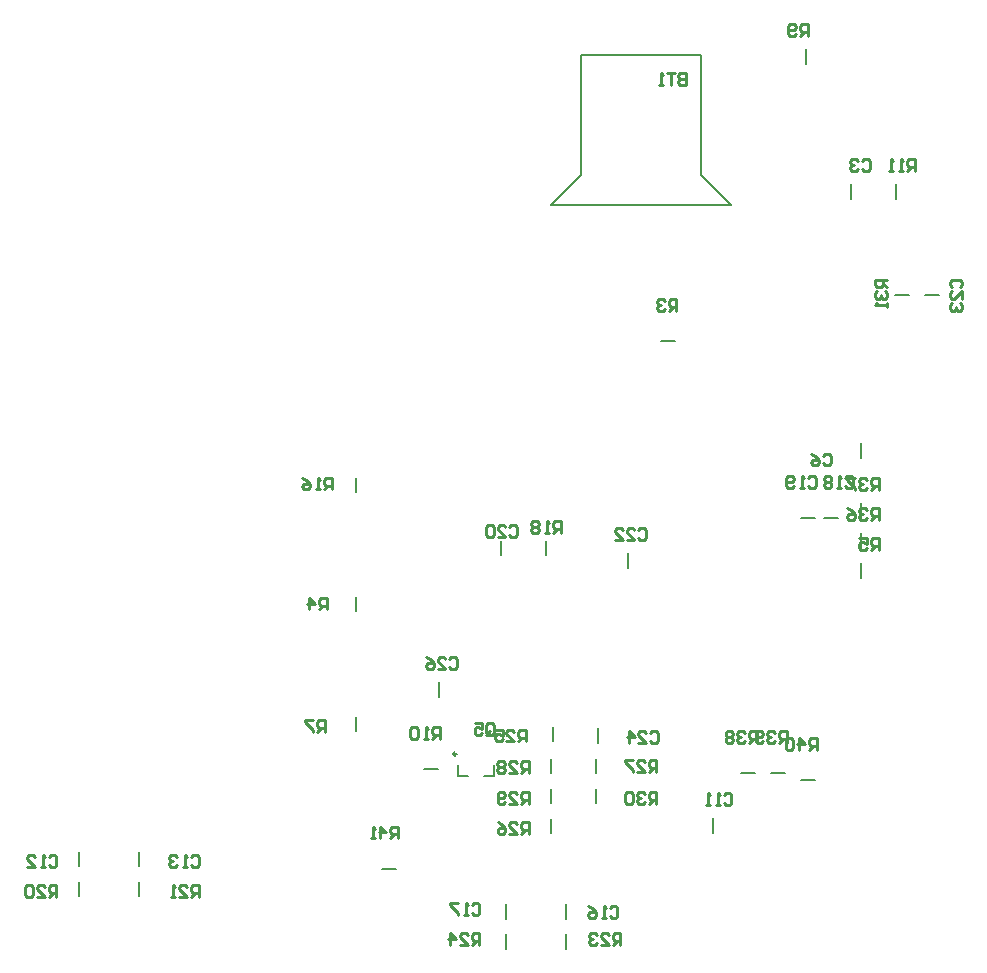
<source format=gbo>
%FSLAX25Y25*%
%MOIN*%
G70*
G01*
G75*
G04 Layer_Color=32896*
%ADD10R,0.04134X0.09449*%
%ADD11R,0.41929X0.35039*%
%ADD12R,0.01181X0.05906*%
%ADD13R,0.05906X0.01181*%
%ADD14R,0.04724X0.05512*%
%ADD15R,0.07874X0.03937*%
%ADD16O,0.02756X0.09843*%
%ADD17R,0.02362X0.04528*%
%ADD18R,0.11221X0.08465*%
%ADD19R,0.08465X0.11221*%
%ADD20R,0.12992X0.09449*%
%ADD21R,0.03937X0.09449*%
%ADD22O,0.02362X0.08858*%
%ADD23O,0.08858X0.02362*%
%ADD24R,0.06693X0.06693*%
%ADD25R,0.05512X0.04724*%
%ADD26R,0.06693X0.06693*%
%ADD27O,0.00984X0.06102*%
%ADD28O,0.06102X0.00984*%
%ADD29R,0.23228X0.21654*%
%ADD30R,0.07087X0.03543*%
%ADD31R,0.20276X0.09252*%
%ADD32C,0.01000*%
%ADD33C,0.02500*%
%ADD34C,0.02000*%
%ADD35C,0.05000*%
%ADD36C,0.15000*%
%ADD37C,0.10000*%
%ADD38C,0.01500*%
%ADD39C,0.07874*%
%ADD40C,0.06299*%
%ADD41R,0.05906X0.05906*%
%ADD42C,0.05906*%
%ADD43C,0.11000*%
%ADD44C,0.15748*%
%ADD45R,0.05906X0.05906*%
%ADD46C,0.03937*%
%ADD47C,0.07284*%
%ADD48R,0.07284X0.07284*%
%ADD49O,0.07874X0.03937*%
%ADD50O,0.07874X0.03937*%
%ADD51C,0.11811*%
%ADD52C,0.04724*%
%ADD53R,0.07874X0.07874*%
%ADD54C,0.07874*%
%ADD55C,0.06693*%
%ADD56C,0.09000*%
%ADD57C,0.02000*%
%ADD58C,0.04000*%
%ADD59C,0.01800*%
%ADD60C,0.05000*%
%ADD61C,0.06000*%
%ADD62C,0.03800*%
%ADD63C,0.02500*%
%ADD64C,0.03600*%
%ADD65C,0.15000*%
%ADD66R,0.11811X0.11811*%
%ADD67C,0.02362*%
%ADD68C,0.00984*%
%ADD69C,0.00787*%
%ADD70C,0.00800*%
%ADD71R,0.04934X0.10249*%
%ADD72R,0.42729X0.35839*%
%ADD73R,0.01981X0.06706*%
%ADD74R,0.06706X0.01981*%
%ADD75R,0.05524X0.06312*%
%ADD76R,0.08674X0.04737*%
%ADD77O,0.03556X0.10642*%
%ADD78R,0.03162X0.05328*%
%ADD79R,0.12020X0.09265*%
%ADD80R,0.09265X0.12020*%
%ADD81R,0.13792X0.10249*%
%ADD82R,0.04737X0.10249*%
%ADD83O,0.03162X0.09658*%
%ADD84O,0.09658X0.03162*%
%ADD85R,0.07493X0.07493*%
%ADD86R,0.06312X0.05524*%
%ADD87R,0.07493X0.07493*%
%ADD88O,0.01784X0.06902*%
%ADD89O,0.06902X0.01784*%
%ADD90R,0.24028X0.22453*%
%ADD91R,0.07887X0.04343*%
%ADD92R,0.21076X0.10052*%
%ADD93C,0.07099*%
%ADD94R,0.06706X0.06706*%
%ADD95C,0.06706*%
%ADD96C,0.11800*%
%ADD97C,0.16548*%
%ADD98R,0.06706X0.06706*%
%ADD99C,0.04737*%
%ADD100C,0.08083*%
%ADD101R,0.08083X0.08083*%
%ADD102O,0.08674X0.04737*%
%ADD103O,0.08674X0.04737*%
%ADD104C,0.12611*%
%ADD105C,0.05524*%
%ADD106R,0.08674X0.08674*%
%ADD107C,0.08674*%
%ADD108C,0.07493*%
%ADD109C,0.09800*%
%ADD110C,0.02800*%
%ADD111C,0.04800*%
%ADD112C,0.02600*%
%ADD113C,0.05800*%
%ADD114C,0.06800*%
%ADD115C,0.04600*%
%ADD116C,0.03300*%
%ADD117C,0.04400*%
%ADD118C,0.15800*%
%ADD119R,0.12611X0.12611*%
D32*
X161459Y59400D02*
Y63336D01*
X159491D01*
X158835Y62680D01*
Y61368D01*
X159491Y60712D01*
X161459D01*
X160147D02*
X158835Y59400D01*
X155555D02*
Y63336D01*
X157523Y61368D01*
X154900D01*
X153588Y59400D02*
X152276D01*
X152932D01*
Y63336D01*
X153588Y62680D01*
X301059Y88800D02*
Y92736D01*
X299091D01*
X298435Y92080D01*
Y90768D01*
X299091Y90112D01*
X301059D01*
X299747D02*
X298435Y88800D01*
X295156D02*
Y92736D01*
X297123Y90768D01*
X294499D01*
X293188Y92080D02*
X292532Y92736D01*
X291220D01*
X290564Y92080D01*
Y89456D01*
X291220Y88800D01*
X292532D01*
X293188Y89456D01*
Y92080D01*
X291059Y91300D02*
Y95236D01*
X289091D01*
X288435Y94580D01*
Y93268D01*
X289091Y92612D01*
X291059D01*
X289747D02*
X288435Y91300D01*
X287123Y94580D02*
X286467Y95236D01*
X285156D01*
X284500Y94580D01*
Y93924D01*
X285156Y93268D01*
X285811D01*
X285156D01*
X284500Y92612D01*
Y91956D01*
X285156Y91300D01*
X286467D01*
X287123Y91956D01*
X283188D02*
X282532Y91300D01*
X281220D01*
X280564Y91956D01*
Y94580D01*
X281220Y95236D01*
X282532D01*
X283188Y94580D01*
Y93924D01*
X282532Y93268D01*
X280564D01*
X281059Y91300D02*
Y95236D01*
X279091D01*
X278435Y94580D01*
Y93268D01*
X279091Y92612D01*
X281059D01*
X279747D02*
X278435Y91300D01*
X277123Y94580D02*
X276467Y95236D01*
X275155D01*
X274500Y94580D01*
Y93924D01*
X275155Y93268D01*
X275811D01*
X275155D01*
X274500Y92612D01*
Y91956D01*
X275155Y91300D01*
X276467D01*
X277123Y91956D01*
X273188Y94580D02*
X272532Y95236D01*
X271220D01*
X270564Y94580D01*
Y93924D01*
X271220Y93268D01*
X270564Y92612D01*
Y91956D01*
X271220Y91300D01*
X272532D01*
X273188Y91956D01*
Y92612D01*
X272532Y93268D01*
X273188Y93924D01*
Y94580D01*
X272532Y93268D02*
X271220D01*
X321659Y175600D02*
Y179536D01*
X319691D01*
X319035Y178880D01*
Y177568D01*
X319691Y176912D01*
X321659D01*
X320347D02*
X319035Y175600D01*
X317723Y178880D02*
X317067Y179536D01*
X315756D01*
X315100Y178880D01*
Y178224D01*
X315756Y177568D01*
X316411D01*
X315756D01*
X315100Y176912D01*
Y176256D01*
X315756Y175600D01*
X317067D01*
X317723Y176256D01*
X313788Y179536D02*
X311164D01*
Y178880D01*
X313788Y176256D01*
Y175600D01*
X321659Y165600D02*
Y169536D01*
X319691D01*
X319035Y168880D01*
Y167568D01*
X319691Y166912D01*
X321659D01*
X320347D02*
X319035Y165600D01*
X317723Y168880D02*
X317067Y169536D01*
X315756D01*
X315100Y168880D01*
Y168224D01*
X315756Y167568D01*
X316411D01*
X315756D01*
X315100Y166912D01*
Y166256D01*
X315756Y165600D01*
X317067D01*
X317723Y166256D01*
X311164Y169536D02*
X312476Y168880D01*
X313788Y167568D01*
Y166256D01*
X313132Y165600D01*
X311820D01*
X311164Y166256D01*
Y166912D01*
X311820Y167568D01*
X313788D01*
X321659Y155600D02*
Y159536D01*
X319691D01*
X319035Y158880D01*
Y157568D01*
X319691Y156912D01*
X321659D01*
X320347D02*
X319035Y155600D01*
X315100Y159536D02*
X317723D01*
Y157568D01*
X316411Y158224D01*
X315756D01*
X315100Y157568D01*
Y156256D01*
X315756Y155600D01*
X317067D01*
X317723Y156256D01*
X257510Y314437D02*
Y310501D01*
X255542D01*
X254887Y311157D01*
Y311813D01*
X255542Y312469D01*
X257510D01*
X255542D01*
X254887Y313125D01*
Y313781D01*
X255542Y314437D01*
X257510D01*
X253574D02*
X250951D01*
X252263D01*
Y310501D01*
X249639D02*
X248327D01*
X248983D01*
Y314437D01*
X249639Y313781D01*
X316035Y285180D02*
X316691Y285836D01*
X318003D01*
X318659Y285180D01*
Y282556D01*
X318003Y281900D01*
X316691D01*
X316035Y282556D01*
X314723Y285180D02*
X314067Y285836D01*
X312755D01*
X312100Y285180D01*
Y284524D01*
X312755Y283868D01*
X313411D01*
X312755D01*
X312100Y283212D01*
Y282556D01*
X312755Y281900D01*
X314067D01*
X314723Y282556D01*
X302987Y186981D02*
X303642Y187637D01*
X304954D01*
X305610Y186981D01*
Y184357D01*
X304954Y183701D01*
X303642D01*
X302987Y184357D01*
X299051Y187637D02*
X300363Y186981D01*
X301675Y185669D01*
Y184357D01*
X301019Y183701D01*
X299707D01*
X299051Y184357D01*
Y185013D01*
X299707Y185669D01*
X301675D01*
X269935Y73880D02*
X270591Y74536D01*
X271903D01*
X272559Y73880D01*
Y71256D01*
X271903Y70600D01*
X270591D01*
X269935Y71256D01*
X268623Y70600D02*
X267312D01*
X267967D01*
Y74536D01*
X268623Y73880D01*
X265344Y70600D02*
X264032D01*
X264688D01*
Y74536D01*
X265344Y73880D01*
X44935Y53280D02*
X45591Y53936D01*
X46903D01*
X47559Y53280D01*
Y50656D01*
X46903Y50000D01*
X45591D01*
X44935Y50656D01*
X43623Y50000D02*
X42311D01*
X42967D01*
Y53936D01*
X43623Y53280D01*
X37720Y50000D02*
X40343D01*
X37720Y52624D01*
Y53280D01*
X38376Y53936D01*
X39688D01*
X40343Y53280D01*
X92435D02*
X93091Y53936D01*
X94403D01*
X95059Y53280D01*
Y50656D01*
X94403Y50000D01*
X93091D01*
X92435Y50656D01*
X91123Y50000D02*
X89811D01*
X90467D01*
Y53936D01*
X91123Y53280D01*
X87844D02*
X87188Y53936D01*
X85876D01*
X85220Y53280D01*
Y52624D01*
X85876Y51968D01*
X86532D01*
X85876D01*
X85220Y51312D01*
Y50656D01*
X85876Y50000D01*
X87188D01*
X87844Y50656D01*
X231935Y36280D02*
X232591Y36936D01*
X233903D01*
X234559Y36280D01*
Y33656D01*
X233903Y33000D01*
X232591D01*
X231935Y33656D01*
X230623Y33000D02*
X229311D01*
X229967D01*
Y36936D01*
X230623Y36280D01*
X224720Y36936D02*
X226032Y36280D01*
X227344Y34968D01*
Y33656D01*
X226688Y33000D01*
X225376D01*
X224720Y33656D01*
Y34312D01*
X225376Y34968D01*
X227344D01*
X185935Y37280D02*
X186591Y37936D01*
X187903D01*
X188559Y37280D01*
Y34656D01*
X187903Y34000D01*
X186591D01*
X185935Y34656D01*
X184623Y34000D02*
X183311D01*
X183967D01*
Y37936D01*
X184623Y37280D01*
X181344Y37936D02*
X178720D01*
Y37280D01*
X181344Y34656D01*
Y34000D01*
X310487Y179481D02*
X311142Y180137D01*
X312454D01*
X313110Y179481D01*
Y176857D01*
X312454Y176201D01*
X311142D01*
X310487Y176857D01*
X309174Y176201D02*
X307863D01*
X308519D01*
Y180137D01*
X309174Y179481D01*
X305895D02*
X305239Y180137D01*
X303927D01*
X303271Y179481D01*
Y178825D01*
X303927Y178169D01*
X303271Y177513D01*
Y176857D01*
X303927Y176201D01*
X305239D01*
X305895Y176857D01*
Y177513D01*
X305239Y178169D01*
X305895Y178825D01*
Y179481D01*
X305239Y178169D02*
X303927D01*
X297987Y179481D02*
X298642Y180137D01*
X299954D01*
X300610Y179481D01*
Y176857D01*
X299954Y176201D01*
X298642D01*
X297987Y176857D01*
X296674Y176201D02*
X295363D01*
X296019D01*
Y180137D01*
X296674Y179481D01*
X293395Y176857D02*
X292739Y176201D01*
X291427D01*
X290771Y176857D01*
Y179481D01*
X291427Y180137D01*
X292739D01*
X293395Y179481D01*
Y178825D01*
X292739Y178169D01*
X290771D01*
X198538Y163181D02*
X199194Y163837D01*
X200505D01*
X201162Y163181D01*
Y160558D01*
X200505Y159902D01*
X199194D01*
X198538Y160558D01*
X194602Y159902D02*
X197226D01*
X194602Y162525D01*
Y163181D01*
X195258Y163837D01*
X196570D01*
X197226Y163181D01*
X193290D02*
X192634Y163837D01*
X191322D01*
X190666Y163181D01*
Y160558D01*
X191322Y159902D01*
X192634D01*
X193290Y160558D01*
Y163181D01*
X241535Y162180D02*
X242191Y162836D01*
X243503D01*
X244159Y162180D01*
Y159556D01*
X243503Y158900D01*
X242191D01*
X241535Y159556D01*
X237599Y158900D02*
X240223D01*
X237599Y161524D01*
Y162180D01*
X238256Y162836D01*
X239567D01*
X240223Y162180D01*
X233664Y158900D02*
X236288D01*
X233664Y161524D01*
Y162180D01*
X234320Y162836D01*
X235632D01*
X236288Y162180D01*
X245486Y94481D02*
X246142Y95137D01*
X247454D01*
X248110Y94481D01*
Y91857D01*
X247454Y91201D01*
X246142D01*
X245486Y91857D01*
X241551Y91201D02*
X244175D01*
X241551Y93825D01*
Y94481D01*
X242207Y95137D01*
X243519D01*
X244175Y94481D01*
X238271Y91201D02*
Y95137D01*
X240239Y93169D01*
X237615D01*
X178535Y119180D02*
X179191Y119836D01*
X180503D01*
X181159Y119180D01*
Y116556D01*
X180503Y115900D01*
X179191D01*
X178535Y116556D01*
X174600Y115900D02*
X177223D01*
X174600Y118524D01*
Y119180D01*
X175256Y119836D01*
X176567D01*
X177223Y119180D01*
X170664Y119836D02*
X171976Y119180D01*
X173288Y117868D01*
Y116556D01*
X172632Y115900D01*
X171320D01*
X170664Y116556D01*
Y117212D01*
X171320Y117868D01*
X173288D01*
X190835Y94556D02*
Y97180D01*
X191491Y97836D01*
X192803D01*
X193459Y97180D01*
Y94556D01*
X192803Y93900D01*
X191491D01*
X192147Y95212D02*
X190835Y93900D01*
X191491D02*
X190835Y94556D01*
X186899Y97836D02*
X189523D01*
Y95868D01*
X188212Y96524D01*
X187556D01*
X186899Y95868D01*
Y94556D01*
X187556Y93900D01*
X188867D01*
X189523Y94556D01*
X254210Y235201D02*
Y239137D01*
X252242D01*
X251587Y238481D01*
Y237169D01*
X252242Y236513D01*
X254210D01*
X252898D02*
X251587Y235201D01*
X250274Y238481D02*
X249619Y239137D01*
X248307D01*
X247651Y238481D01*
Y237825D01*
X248307Y237169D01*
X248963D01*
X248307D01*
X247651Y236513D01*
Y235857D01*
X248307Y235201D01*
X249619D01*
X250274Y235857D01*
X137710Y135701D02*
Y139637D01*
X135742D01*
X135087Y138981D01*
Y137669D01*
X135742Y137013D01*
X137710D01*
X136398D02*
X135087Y135701D01*
X131807D02*
Y139637D01*
X133774Y137669D01*
X131151D01*
X136910Y94901D02*
Y98837D01*
X134942D01*
X134286Y98181D01*
Y96869D01*
X134942Y96213D01*
X136910D01*
X135598D02*
X134286Y94901D01*
X132975Y98837D02*
X130351D01*
Y98181D01*
X132975Y95557D01*
Y94901D01*
X298059Y326900D02*
Y330836D01*
X296091D01*
X295435Y330180D01*
Y328868D01*
X296091Y328212D01*
X298059D01*
X296747D02*
X295435Y326900D01*
X294123Y327556D02*
X293467Y326900D01*
X292156D01*
X291499Y327556D01*
Y330180D01*
X292156Y330836D01*
X293467D01*
X294123Y330180D01*
Y329524D01*
X293467Y328868D01*
X291499D01*
X175359Y92600D02*
Y96536D01*
X173391D01*
X172735Y95880D01*
Y94568D01*
X173391Y93912D01*
X175359D01*
X174047D02*
X172735Y92600D01*
X171423D02*
X170112D01*
X170767D01*
Y96536D01*
X171423Y95880D01*
X168144D02*
X167488Y96536D01*
X166176D01*
X165520Y95880D01*
Y93256D01*
X166176Y92600D01*
X167488D01*
X168144Y93256D01*
Y95880D01*
X333659Y281900D02*
Y285836D01*
X331691D01*
X331035Y285180D01*
Y283868D01*
X331691Y283212D01*
X333659D01*
X332347D02*
X331035Y281900D01*
X329723D02*
X328412D01*
X329067D01*
Y285836D01*
X329723Y285180D01*
X326444Y281900D02*
X325132D01*
X325788D01*
Y285836D01*
X326444Y285180D01*
X139310Y175701D02*
Y179637D01*
X137342D01*
X136687Y178981D01*
Y177669D01*
X137342Y177013D01*
X139310D01*
X137998D02*
X136687Y175701D01*
X135374D02*
X134063D01*
X134719D01*
Y179637D01*
X135374Y178981D01*
X129471Y179637D02*
X130783Y178981D01*
X132095Y177669D01*
Y176357D01*
X131439Y175701D01*
X130127D01*
X129471Y176357D01*
Y177013D01*
X130127Y177669D01*
X132095D01*
X215610Y161201D02*
Y165137D01*
X213642D01*
X212986Y164481D01*
Y163169D01*
X213642Y162513D01*
X215610D01*
X214298D02*
X212986Y161201D01*
X211674D02*
X210363D01*
X211019D01*
Y165137D01*
X211674Y164481D01*
X208395D02*
X207739Y165137D01*
X206427D01*
X205771Y164481D01*
Y163825D01*
X206427Y163169D01*
X205771Y162513D01*
Y161857D01*
X206427Y161201D01*
X207739D01*
X208395Y161857D01*
Y162513D01*
X207739Y163169D01*
X208395Y163825D01*
Y164481D01*
X207739Y163169D02*
X206427D01*
X47559Y40000D02*
Y43936D01*
X45591D01*
X44935Y43280D01*
Y41968D01*
X45591Y41312D01*
X47559D01*
X46247D02*
X44935Y40000D01*
X40999D02*
X43623D01*
X40999Y42624D01*
Y43280D01*
X41655Y43936D01*
X42967D01*
X43623Y43280D01*
X39688D02*
X39032Y43936D01*
X37720D01*
X37064Y43280D01*
Y40656D01*
X37720Y40000D01*
X39032D01*
X39688Y40656D01*
Y43280D01*
X95059Y40000D02*
Y43936D01*
X93091D01*
X92435Y43280D01*
Y41968D01*
X93091Y41312D01*
X95059D01*
X93747D02*
X92435Y40000D01*
X88499D02*
X91123D01*
X88499Y42624D01*
Y43280D01*
X89155Y43936D01*
X90467D01*
X91123Y43280D01*
X87188Y40000D02*
X85876D01*
X86532D01*
Y43936D01*
X87188Y43280D01*
X235559Y24000D02*
Y27936D01*
X233591D01*
X232935Y27280D01*
Y25968D01*
X233591Y25312D01*
X235559D01*
X234247D02*
X232935Y24000D01*
X228999D02*
X231623D01*
X228999Y26624D01*
Y27280D01*
X229656Y27936D01*
X230967D01*
X231623Y27280D01*
X227688D02*
X227032Y27936D01*
X225720D01*
X225064Y27280D01*
Y26624D01*
X225720Y25968D01*
X226376D01*
X225720D01*
X225064Y25312D01*
Y24656D01*
X225720Y24000D01*
X227032D01*
X227688Y24656D01*
X188559Y23783D02*
Y27719D01*
X186591D01*
X185935Y27063D01*
Y25751D01*
X186591Y25095D01*
X188559D01*
X187247D02*
X185935Y23783D01*
X182000D02*
X184623D01*
X182000Y26407D01*
Y27063D01*
X182656Y27719D01*
X183967D01*
X184623Y27063D01*
X178720Y23783D02*
Y27719D01*
X180688Y25751D01*
X178064D01*
X204110Y91701D02*
Y95637D01*
X202142D01*
X201486Y94981D01*
Y93669D01*
X202142Y93013D01*
X204110D01*
X202798D02*
X201486Y91701D01*
X197551D02*
X200174D01*
X197551Y94325D01*
Y94981D01*
X198207Y95637D01*
X199519D01*
X200174Y94981D01*
X193615Y95637D02*
X196239D01*
Y93669D01*
X194927Y94325D01*
X194271D01*
X193615Y93669D01*
Y92357D01*
X194271Y91701D01*
X195583D01*
X196239Y92357D01*
X205059Y61000D02*
Y64936D01*
X203091D01*
X202435Y64280D01*
Y62968D01*
X203091Y62312D01*
X205059D01*
X203747D02*
X202435Y61000D01*
X198500D02*
X201123D01*
X198500Y63624D01*
Y64280D01*
X199155Y64936D01*
X200467D01*
X201123Y64280D01*
X194564Y64936D02*
X195876Y64280D01*
X197188Y62968D01*
Y61656D01*
X196532Y61000D01*
X195220D01*
X194564Y61656D01*
Y62312D01*
X195220Y62968D01*
X197188D01*
X247559Y81500D02*
Y85436D01*
X245591D01*
X244935Y84780D01*
Y83468D01*
X245591Y82812D01*
X247559D01*
X246247D02*
X244935Y81500D01*
X241000D02*
X243623D01*
X241000Y84124D01*
Y84780D01*
X241655Y85436D01*
X242967D01*
X243623Y84780D01*
X239688Y85436D02*
X237064D01*
Y84780D01*
X239688Y82156D01*
Y81500D01*
X204910Y81301D02*
Y85237D01*
X202942D01*
X202287Y84581D01*
Y83269D01*
X202942Y82613D01*
X204910D01*
X203598D02*
X202287Y81301D01*
X198351D02*
X200974D01*
X198351Y83925D01*
Y84581D01*
X199007Y85237D01*
X200319D01*
X200974Y84581D01*
X197039D02*
X196383Y85237D01*
X195071D01*
X194415Y84581D01*
Y83925D01*
X195071Y83269D01*
X194415Y82613D01*
Y81957D01*
X195071Y81301D01*
X196383D01*
X197039Y81957D01*
Y82613D01*
X196383Y83269D01*
X197039Y83925D01*
Y84581D01*
X196383Y83269D02*
X195071D01*
X205059Y71000D02*
Y74936D01*
X203091D01*
X202435Y74280D01*
Y72968D01*
X203091Y72312D01*
X205059D01*
X203747D02*
X202435Y71000D01*
X198500D02*
X201123D01*
X198500Y73624D01*
Y74280D01*
X199155Y74936D01*
X200467D01*
X201123Y74280D01*
X197188Y71656D02*
X196532Y71000D01*
X195220D01*
X194564Y71656D01*
Y74280D01*
X195220Y74936D01*
X196532D01*
X197188Y74280D01*
Y73624D01*
X196532Y72968D01*
X194564D01*
X247559Y71000D02*
Y74936D01*
X245591D01*
X244935Y74280D01*
Y72968D01*
X245591Y72312D01*
X247559D01*
X246247D02*
X244935Y71000D01*
X243623Y74280D02*
X242967Y74936D01*
X241655D01*
X241000Y74280D01*
Y73624D01*
X241655Y72968D01*
X242312D01*
X241655D01*
X241000Y72312D01*
Y71656D01*
X241655Y71000D01*
X242967D01*
X243623Y71656D01*
X239688Y74280D02*
X239032Y74936D01*
X237720D01*
X237064Y74280D01*
Y71656D01*
X237720Y71000D01*
X239032D01*
X239688Y71656D01*
Y74280D01*
X346031Y243026D02*
X345375Y243682D01*
Y244994D01*
X346031Y245650D01*
X348655D01*
X349311Y244994D01*
Y243682D01*
X348655Y243026D01*
X349311Y239090D02*
Y241714D01*
X346687Y239090D01*
X346031D01*
X345375Y239746D01*
Y241058D01*
X346031Y241714D01*
Y237778D02*
X345375Y237122D01*
Y235810D01*
X346031Y235154D01*
X346687D01*
X347343Y235810D01*
Y236466D01*
Y235810D01*
X347999Y235154D01*
X348655D01*
X349311Y235810D01*
Y237122D01*
X348655Y237778D01*
X324311Y245650D02*
X320375D01*
Y243682D01*
X321031Y243026D01*
X322343D01*
X322999Y243682D01*
Y245650D01*
Y244338D02*
X324311Y243026D01*
X321031Y241714D02*
X320375Y241058D01*
Y239746D01*
X321031Y239090D01*
X321687D01*
X322343Y239746D01*
Y240402D01*
Y239746D01*
X322999Y239090D01*
X323655D01*
X324311Y239746D01*
Y241058D01*
X323655Y241714D01*
X324311Y237778D02*
Y236466D01*
Y237122D01*
X320375D01*
X321031Y237778D01*
D68*
X180817Y87479D02*
G03*
X180817Y87479I-492J0D01*
G01*
D69*
X210610Y153839D02*
Y158563D01*
X212910Y91739D02*
Y96463D01*
X156148Y49301D02*
X160872D01*
X315610Y186339D02*
Y191063D01*
X315610Y146339D02*
Y151063D01*
X315610Y156339D02*
Y161063D01*
X315610Y166339D02*
Y171063D01*
X275748Y81201D02*
X280472D01*
X285748D02*
X290473D01*
X295748Y78701D02*
X300472D01*
X195610Y153839D02*
Y158563D01*
X295748Y166201D02*
X300472D01*
X303248D02*
X307973D01*
X170049Y82550D02*
X174773D01*
X181506Y80294D02*
Y83837D01*
Y80294D02*
X184655D01*
X193317D02*
Y83837D01*
X190167Y80294D02*
X193317D01*
X266510Y61339D02*
Y66063D01*
X212510Y270501D02*
X272510D01*
X262510Y280501D02*
X272510Y270501D01*
X262510Y280501D02*
Y320501D01*
X222510D02*
X262510D01*
X222510Y280501D02*
Y320501D01*
X212510Y270501D02*
X222510Y280501D01*
X175059Y106638D02*
Y111362D01*
X238059Y149638D02*
Y154362D01*
X248948Y225101D02*
X253673D01*
X327559Y272638D02*
Y277362D01*
X297559Y317638D02*
Y322362D01*
X312559Y272638D02*
Y277362D01*
X217559Y32638D02*
Y37362D01*
X197559Y32638D02*
Y37362D01*
Y22638D02*
Y27362D01*
X217559Y22638D02*
Y27362D01*
X326949Y240650D02*
X331673D01*
X336949D02*
X341673D01*
X227559Y71138D02*
Y75862D01*
X212559Y71138D02*
Y75862D01*
Y81138D02*
Y85862D01*
Y61138D02*
Y65862D01*
X227559Y81138D02*
Y85862D01*
X228110Y91339D02*
Y96063D01*
X55059Y40138D02*
Y44862D01*
X75059Y40138D02*
Y44862D01*
Y50138D02*
Y54862D01*
X55059Y50138D02*
Y54862D01*
X147310Y174939D02*
Y179663D01*
X147559Y95138D02*
Y99862D01*
Y135138D02*
Y139862D01*
M02*

</source>
